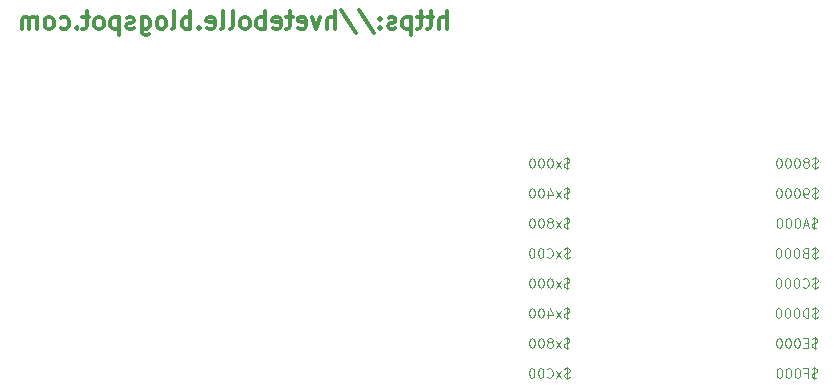
<source format=gbo>
G04 #@! TF.FileFunction,Legend,Bot*
%FSLAX46Y46*%
G04 Gerber Fmt 4.6, Leading zero omitted, Abs format (unit mm)*
G04 Created by KiCad (PCBNEW 4.0.7) date 12/28/18 17:53:24*
%MOMM*%
%LPD*%
G01*
G04 APERTURE LIST*
%ADD10C,0.100000*%
%ADD11C,0.300000*%
G04 APERTURE END LIST*
D10*
X140144286Y-135578810D02*
X140030000Y-135616905D01*
X139839524Y-135616905D01*
X139763334Y-135578810D01*
X139725238Y-135540714D01*
X139687143Y-135464524D01*
X139687143Y-135388333D01*
X139725238Y-135312143D01*
X139763334Y-135274048D01*
X139839524Y-135235952D01*
X139991905Y-135197857D01*
X140068096Y-135159762D01*
X140106191Y-135121667D01*
X140144286Y-135045476D01*
X140144286Y-134969286D01*
X140106191Y-134893095D01*
X140068096Y-134855000D01*
X139991905Y-134816905D01*
X139801429Y-134816905D01*
X139687143Y-134855000D01*
X139915715Y-134702619D02*
X139915715Y-135731190D01*
X139420476Y-135616905D02*
X139001429Y-135083571D01*
X139420476Y-135083571D02*
X139001429Y-135616905D01*
X138239524Y-135540714D02*
X138277619Y-135578810D01*
X138391905Y-135616905D01*
X138468095Y-135616905D01*
X138582381Y-135578810D01*
X138658572Y-135502619D01*
X138696667Y-135426429D01*
X138734762Y-135274048D01*
X138734762Y-135159762D01*
X138696667Y-135007381D01*
X138658572Y-134931190D01*
X138582381Y-134855000D01*
X138468095Y-134816905D01*
X138391905Y-134816905D01*
X138277619Y-134855000D01*
X138239524Y-134893095D01*
X137744286Y-134816905D02*
X137668095Y-134816905D01*
X137591905Y-134855000D01*
X137553810Y-134893095D01*
X137515714Y-134969286D01*
X137477619Y-135121667D01*
X137477619Y-135312143D01*
X137515714Y-135464524D01*
X137553810Y-135540714D01*
X137591905Y-135578810D01*
X137668095Y-135616905D01*
X137744286Y-135616905D01*
X137820476Y-135578810D01*
X137858572Y-135540714D01*
X137896667Y-135464524D01*
X137934762Y-135312143D01*
X137934762Y-135121667D01*
X137896667Y-134969286D01*
X137858572Y-134893095D01*
X137820476Y-134855000D01*
X137744286Y-134816905D01*
X136982381Y-134816905D02*
X136906190Y-134816905D01*
X136830000Y-134855000D01*
X136791905Y-134893095D01*
X136753809Y-134969286D01*
X136715714Y-135121667D01*
X136715714Y-135312143D01*
X136753809Y-135464524D01*
X136791905Y-135540714D01*
X136830000Y-135578810D01*
X136906190Y-135616905D01*
X136982381Y-135616905D01*
X137058571Y-135578810D01*
X137096667Y-135540714D01*
X137134762Y-135464524D01*
X137172857Y-135312143D01*
X137172857Y-135121667D01*
X137134762Y-134969286D01*
X137096667Y-134893095D01*
X137058571Y-134855000D01*
X136982381Y-134816905D01*
X140125238Y-133038810D02*
X140010952Y-133076905D01*
X139820476Y-133076905D01*
X139744286Y-133038810D01*
X139706190Y-133000714D01*
X139668095Y-132924524D01*
X139668095Y-132848333D01*
X139706190Y-132772143D01*
X139744286Y-132734048D01*
X139820476Y-132695952D01*
X139972857Y-132657857D01*
X140049048Y-132619762D01*
X140087143Y-132581667D01*
X140125238Y-132505476D01*
X140125238Y-132429286D01*
X140087143Y-132353095D01*
X140049048Y-132315000D01*
X139972857Y-132276905D01*
X139782381Y-132276905D01*
X139668095Y-132315000D01*
X139896667Y-132162619D02*
X139896667Y-133191190D01*
X139401428Y-133076905D02*
X138982381Y-132543571D01*
X139401428Y-132543571D02*
X138982381Y-133076905D01*
X138563333Y-132619762D02*
X138639524Y-132581667D01*
X138677619Y-132543571D01*
X138715714Y-132467381D01*
X138715714Y-132429286D01*
X138677619Y-132353095D01*
X138639524Y-132315000D01*
X138563333Y-132276905D01*
X138410952Y-132276905D01*
X138334762Y-132315000D01*
X138296666Y-132353095D01*
X138258571Y-132429286D01*
X138258571Y-132467381D01*
X138296666Y-132543571D01*
X138334762Y-132581667D01*
X138410952Y-132619762D01*
X138563333Y-132619762D01*
X138639524Y-132657857D01*
X138677619Y-132695952D01*
X138715714Y-132772143D01*
X138715714Y-132924524D01*
X138677619Y-133000714D01*
X138639524Y-133038810D01*
X138563333Y-133076905D01*
X138410952Y-133076905D01*
X138334762Y-133038810D01*
X138296666Y-133000714D01*
X138258571Y-132924524D01*
X138258571Y-132772143D01*
X138296666Y-132695952D01*
X138334762Y-132657857D01*
X138410952Y-132619762D01*
X137763333Y-132276905D02*
X137687142Y-132276905D01*
X137610952Y-132315000D01*
X137572857Y-132353095D01*
X137534761Y-132429286D01*
X137496666Y-132581667D01*
X137496666Y-132772143D01*
X137534761Y-132924524D01*
X137572857Y-133000714D01*
X137610952Y-133038810D01*
X137687142Y-133076905D01*
X137763333Y-133076905D01*
X137839523Y-133038810D01*
X137877619Y-133000714D01*
X137915714Y-132924524D01*
X137953809Y-132772143D01*
X137953809Y-132581667D01*
X137915714Y-132429286D01*
X137877619Y-132353095D01*
X137839523Y-132315000D01*
X137763333Y-132276905D01*
X137001428Y-132276905D02*
X136925237Y-132276905D01*
X136849047Y-132315000D01*
X136810952Y-132353095D01*
X136772856Y-132429286D01*
X136734761Y-132581667D01*
X136734761Y-132772143D01*
X136772856Y-132924524D01*
X136810952Y-133000714D01*
X136849047Y-133038810D01*
X136925237Y-133076905D01*
X137001428Y-133076905D01*
X137077618Y-133038810D01*
X137115714Y-133000714D01*
X137153809Y-132924524D01*
X137191904Y-132772143D01*
X137191904Y-132581667D01*
X137153809Y-132429286D01*
X137115714Y-132353095D01*
X137077618Y-132315000D01*
X137001428Y-132276905D01*
X140125238Y-130498810D02*
X140010952Y-130536905D01*
X139820476Y-130536905D01*
X139744286Y-130498810D01*
X139706190Y-130460714D01*
X139668095Y-130384524D01*
X139668095Y-130308333D01*
X139706190Y-130232143D01*
X139744286Y-130194048D01*
X139820476Y-130155952D01*
X139972857Y-130117857D01*
X140049048Y-130079762D01*
X140087143Y-130041667D01*
X140125238Y-129965476D01*
X140125238Y-129889286D01*
X140087143Y-129813095D01*
X140049048Y-129775000D01*
X139972857Y-129736905D01*
X139782381Y-129736905D01*
X139668095Y-129775000D01*
X139896667Y-129622619D02*
X139896667Y-130651190D01*
X139401428Y-130536905D02*
X138982381Y-130003571D01*
X139401428Y-130003571D02*
X138982381Y-130536905D01*
X138334762Y-130003571D02*
X138334762Y-130536905D01*
X138525238Y-129698810D02*
X138715714Y-130270238D01*
X138220476Y-130270238D01*
X137763333Y-129736905D02*
X137687142Y-129736905D01*
X137610952Y-129775000D01*
X137572857Y-129813095D01*
X137534761Y-129889286D01*
X137496666Y-130041667D01*
X137496666Y-130232143D01*
X137534761Y-130384524D01*
X137572857Y-130460714D01*
X137610952Y-130498810D01*
X137687142Y-130536905D01*
X137763333Y-130536905D01*
X137839523Y-130498810D01*
X137877619Y-130460714D01*
X137915714Y-130384524D01*
X137953809Y-130232143D01*
X137953809Y-130041667D01*
X137915714Y-129889286D01*
X137877619Y-129813095D01*
X137839523Y-129775000D01*
X137763333Y-129736905D01*
X137001428Y-129736905D02*
X136925237Y-129736905D01*
X136849047Y-129775000D01*
X136810952Y-129813095D01*
X136772856Y-129889286D01*
X136734761Y-130041667D01*
X136734761Y-130232143D01*
X136772856Y-130384524D01*
X136810952Y-130460714D01*
X136849047Y-130498810D01*
X136925237Y-130536905D01*
X137001428Y-130536905D01*
X137077618Y-130498810D01*
X137115714Y-130460714D01*
X137153809Y-130384524D01*
X137191904Y-130232143D01*
X137191904Y-130041667D01*
X137153809Y-129889286D01*
X137115714Y-129813095D01*
X137077618Y-129775000D01*
X137001428Y-129736905D01*
X140144286Y-125418810D02*
X140030000Y-125456905D01*
X139839524Y-125456905D01*
X139763334Y-125418810D01*
X139725238Y-125380714D01*
X139687143Y-125304524D01*
X139687143Y-125228333D01*
X139725238Y-125152143D01*
X139763334Y-125114048D01*
X139839524Y-125075952D01*
X139991905Y-125037857D01*
X140068096Y-124999762D01*
X140106191Y-124961667D01*
X140144286Y-124885476D01*
X140144286Y-124809286D01*
X140106191Y-124733095D01*
X140068096Y-124695000D01*
X139991905Y-124656905D01*
X139801429Y-124656905D01*
X139687143Y-124695000D01*
X139915715Y-124542619D02*
X139915715Y-125571190D01*
X139420476Y-125456905D02*
X139001429Y-124923571D01*
X139420476Y-124923571D02*
X139001429Y-125456905D01*
X138239524Y-125380714D02*
X138277619Y-125418810D01*
X138391905Y-125456905D01*
X138468095Y-125456905D01*
X138582381Y-125418810D01*
X138658572Y-125342619D01*
X138696667Y-125266429D01*
X138734762Y-125114048D01*
X138734762Y-124999762D01*
X138696667Y-124847381D01*
X138658572Y-124771190D01*
X138582381Y-124695000D01*
X138468095Y-124656905D01*
X138391905Y-124656905D01*
X138277619Y-124695000D01*
X138239524Y-124733095D01*
X137744286Y-124656905D02*
X137668095Y-124656905D01*
X137591905Y-124695000D01*
X137553810Y-124733095D01*
X137515714Y-124809286D01*
X137477619Y-124961667D01*
X137477619Y-125152143D01*
X137515714Y-125304524D01*
X137553810Y-125380714D01*
X137591905Y-125418810D01*
X137668095Y-125456905D01*
X137744286Y-125456905D01*
X137820476Y-125418810D01*
X137858572Y-125380714D01*
X137896667Y-125304524D01*
X137934762Y-125152143D01*
X137934762Y-124961667D01*
X137896667Y-124809286D01*
X137858572Y-124733095D01*
X137820476Y-124695000D01*
X137744286Y-124656905D01*
X136982381Y-124656905D02*
X136906190Y-124656905D01*
X136830000Y-124695000D01*
X136791905Y-124733095D01*
X136753809Y-124809286D01*
X136715714Y-124961667D01*
X136715714Y-125152143D01*
X136753809Y-125304524D01*
X136791905Y-125380714D01*
X136830000Y-125418810D01*
X136906190Y-125456905D01*
X136982381Y-125456905D01*
X137058571Y-125418810D01*
X137096667Y-125380714D01*
X137134762Y-125304524D01*
X137172857Y-125152143D01*
X137172857Y-124961667D01*
X137134762Y-124809286D01*
X137096667Y-124733095D01*
X137058571Y-124695000D01*
X136982381Y-124656905D01*
X140125238Y-122878810D02*
X140010952Y-122916905D01*
X139820476Y-122916905D01*
X139744286Y-122878810D01*
X139706190Y-122840714D01*
X139668095Y-122764524D01*
X139668095Y-122688333D01*
X139706190Y-122612143D01*
X139744286Y-122574048D01*
X139820476Y-122535952D01*
X139972857Y-122497857D01*
X140049048Y-122459762D01*
X140087143Y-122421667D01*
X140125238Y-122345476D01*
X140125238Y-122269286D01*
X140087143Y-122193095D01*
X140049048Y-122155000D01*
X139972857Y-122116905D01*
X139782381Y-122116905D01*
X139668095Y-122155000D01*
X139896667Y-122002619D02*
X139896667Y-123031190D01*
X139401428Y-122916905D02*
X138982381Y-122383571D01*
X139401428Y-122383571D02*
X138982381Y-122916905D01*
X138563333Y-122459762D02*
X138639524Y-122421667D01*
X138677619Y-122383571D01*
X138715714Y-122307381D01*
X138715714Y-122269286D01*
X138677619Y-122193095D01*
X138639524Y-122155000D01*
X138563333Y-122116905D01*
X138410952Y-122116905D01*
X138334762Y-122155000D01*
X138296666Y-122193095D01*
X138258571Y-122269286D01*
X138258571Y-122307381D01*
X138296666Y-122383571D01*
X138334762Y-122421667D01*
X138410952Y-122459762D01*
X138563333Y-122459762D01*
X138639524Y-122497857D01*
X138677619Y-122535952D01*
X138715714Y-122612143D01*
X138715714Y-122764524D01*
X138677619Y-122840714D01*
X138639524Y-122878810D01*
X138563333Y-122916905D01*
X138410952Y-122916905D01*
X138334762Y-122878810D01*
X138296666Y-122840714D01*
X138258571Y-122764524D01*
X138258571Y-122612143D01*
X138296666Y-122535952D01*
X138334762Y-122497857D01*
X138410952Y-122459762D01*
X137763333Y-122116905D02*
X137687142Y-122116905D01*
X137610952Y-122155000D01*
X137572857Y-122193095D01*
X137534761Y-122269286D01*
X137496666Y-122421667D01*
X137496666Y-122612143D01*
X137534761Y-122764524D01*
X137572857Y-122840714D01*
X137610952Y-122878810D01*
X137687142Y-122916905D01*
X137763333Y-122916905D01*
X137839523Y-122878810D01*
X137877619Y-122840714D01*
X137915714Y-122764524D01*
X137953809Y-122612143D01*
X137953809Y-122421667D01*
X137915714Y-122269286D01*
X137877619Y-122193095D01*
X137839523Y-122155000D01*
X137763333Y-122116905D01*
X137001428Y-122116905D02*
X136925237Y-122116905D01*
X136849047Y-122155000D01*
X136810952Y-122193095D01*
X136772856Y-122269286D01*
X136734761Y-122421667D01*
X136734761Y-122612143D01*
X136772856Y-122764524D01*
X136810952Y-122840714D01*
X136849047Y-122878810D01*
X136925237Y-122916905D01*
X137001428Y-122916905D01*
X137077618Y-122878810D01*
X137115714Y-122840714D01*
X137153809Y-122764524D01*
X137191904Y-122612143D01*
X137191904Y-122421667D01*
X137153809Y-122269286D01*
X137115714Y-122193095D01*
X137077618Y-122155000D01*
X137001428Y-122116905D01*
X140125238Y-120338810D02*
X140010952Y-120376905D01*
X139820476Y-120376905D01*
X139744286Y-120338810D01*
X139706190Y-120300714D01*
X139668095Y-120224524D01*
X139668095Y-120148333D01*
X139706190Y-120072143D01*
X139744286Y-120034048D01*
X139820476Y-119995952D01*
X139972857Y-119957857D01*
X140049048Y-119919762D01*
X140087143Y-119881667D01*
X140125238Y-119805476D01*
X140125238Y-119729286D01*
X140087143Y-119653095D01*
X140049048Y-119615000D01*
X139972857Y-119576905D01*
X139782381Y-119576905D01*
X139668095Y-119615000D01*
X139896667Y-119462619D02*
X139896667Y-120491190D01*
X139401428Y-120376905D02*
X138982381Y-119843571D01*
X139401428Y-119843571D02*
X138982381Y-120376905D01*
X138334762Y-119843571D02*
X138334762Y-120376905D01*
X138525238Y-119538810D02*
X138715714Y-120110238D01*
X138220476Y-120110238D01*
X137763333Y-119576905D02*
X137687142Y-119576905D01*
X137610952Y-119615000D01*
X137572857Y-119653095D01*
X137534761Y-119729286D01*
X137496666Y-119881667D01*
X137496666Y-120072143D01*
X137534761Y-120224524D01*
X137572857Y-120300714D01*
X137610952Y-120338810D01*
X137687142Y-120376905D01*
X137763333Y-120376905D01*
X137839523Y-120338810D01*
X137877619Y-120300714D01*
X137915714Y-120224524D01*
X137953809Y-120072143D01*
X137953809Y-119881667D01*
X137915714Y-119729286D01*
X137877619Y-119653095D01*
X137839523Y-119615000D01*
X137763333Y-119576905D01*
X137001428Y-119576905D02*
X136925237Y-119576905D01*
X136849047Y-119615000D01*
X136810952Y-119653095D01*
X136772856Y-119729286D01*
X136734761Y-119881667D01*
X136734761Y-120072143D01*
X136772856Y-120224524D01*
X136810952Y-120300714D01*
X136849047Y-120338810D01*
X136925237Y-120376905D01*
X137001428Y-120376905D01*
X137077618Y-120338810D01*
X137115714Y-120300714D01*
X137153809Y-120224524D01*
X137191904Y-120072143D01*
X137191904Y-119881667D01*
X137153809Y-119729286D01*
X137115714Y-119653095D01*
X137077618Y-119615000D01*
X137001428Y-119576905D01*
X140125238Y-127958810D02*
X140010952Y-127996905D01*
X139820476Y-127996905D01*
X139744286Y-127958810D01*
X139706190Y-127920714D01*
X139668095Y-127844524D01*
X139668095Y-127768333D01*
X139706190Y-127692143D01*
X139744286Y-127654048D01*
X139820476Y-127615952D01*
X139972857Y-127577857D01*
X140049048Y-127539762D01*
X140087143Y-127501667D01*
X140125238Y-127425476D01*
X140125238Y-127349286D01*
X140087143Y-127273095D01*
X140049048Y-127235000D01*
X139972857Y-127196905D01*
X139782381Y-127196905D01*
X139668095Y-127235000D01*
X139896667Y-127082619D02*
X139896667Y-128111190D01*
X139401428Y-127996905D02*
X138982381Y-127463571D01*
X139401428Y-127463571D02*
X138982381Y-127996905D01*
X138525238Y-127196905D02*
X138449047Y-127196905D01*
X138372857Y-127235000D01*
X138334762Y-127273095D01*
X138296666Y-127349286D01*
X138258571Y-127501667D01*
X138258571Y-127692143D01*
X138296666Y-127844524D01*
X138334762Y-127920714D01*
X138372857Y-127958810D01*
X138449047Y-127996905D01*
X138525238Y-127996905D01*
X138601428Y-127958810D01*
X138639524Y-127920714D01*
X138677619Y-127844524D01*
X138715714Y-127692143D01*
X138715714Y-127501667D01*
X138677619Y-127349286D01*
X138639524Y-127273095D01*
X138601428Y-127235000D01*
X138525238Y-127196905D01*
X137763333Y-127196905D02*
X137687142Y-127196905D01*
X137610952Y-127235000D01*
X137572857Y-127273095D01*
X137534761Y-127349286D01*
X137496666Y-127501667D01*
X137496666Y-127692143D01*
X137534761Y-127844524D01*
X137572857Y-127920714D01*
X137610952Y-127958810D01*
X137687142Y-127996905D01*
X137763333Y-127996905D01*
X137839523Y-127958810D01*
X137877619Y-127920714D01*
X137915714Y-127844524D01*
X137953809Y-127692143D01*
X137953809Y-127501667D01*
X137915714Y-127349286D01*
X137877619Y-127273095D01*
X137839523Y-127235000D01*
X137763333Y-127196905D01*
X137001428Y-127196905D02*
X136925237Y-127196905D01*
X136849047Y-127235000D01*
X136810952Y-127273095D01*
X136772856Y-127349286D01*
X136734761Y-127501667D01*
X136734761Y-127692143D01*
X136772856Y-127844524D01*
X136810952Y-127920714D01*
X136849047Y-127958810D01*
X136925237Y-127996905D01*
X137001428Y-127996905D01*
X137077618Y-127958810D01*
X137115714Y-127920714D01*
X137153809Y-127844524D01*
X137191904Y-127692143D01*
X137191904Y-127501667D01*
X137153809Y-127349286D01*
X137115714Y-127273095D01*
X137077618Y-127235000D01*
X137001428Y-127196905D01*
X140125238Y-117798810D02*
X140010952Y-117836905D01*
X139820476Y-117836905D01*
X139744286Y-117798810D01*
X139706190Y-117760714D01*
X139668095Y-117684524D01*
X139668095Y-117608333D01*
X139706190Y-117532143D01*
X139744286Y-117494048D01*
X139820476Y-117455952D01*
X139972857Y-117417857D01*
X140049048Y-117379762D01*
X140087143Y-117341667D01*
X140125238Y-117265476D01*
X140125238Y-117189286D01*
X140087143Y-117113095D01*
X140049048Y-117075000D01*
X139972857Y-117036905D01*
X139782381Y-117036905D01*
X139668095Y-117075000D01*
X139896667Y-116922619D02*
X139896667Y-117951190D01*
X139401428Y-117836905D02*
X138982381Y-117303571D01*
X139401428Y-117303571D02*
X138982381Y-117836905D01*
X138525238Y-117036905D02*
X138449047Y-117036905D01*
X138372857Y-117075000D01*
X138334762Y-117113095D01*
X138296666Y-117189286D01*
X138258571Y-117341667D01*
X138258571Y-117532143D01*
X138296666Y-117684524D01*
X138334762Y-117760714D01*
X138372857Y-117798810D01*
X138449047Y-117836905D01*
X138525238Y-117836905D01*
X138601428Y-117798810D01*
X138639524Y-117760714D01*
X138677619Y-117684524D01*
X138715714Y-117532143D01*
X138715714Y-117341667D01*
X138677619Y-117189286D01*
X138639524Y-117113095D01*
X138601428Y-117075000D01*
X138525238Y-117036905D01*
X137763333Y-117036905D02*
X137687142Y-117036905D01*
X137610952Y-117075000D01*
X137572857Y-117113095D01*
X137534761Y-117189286D01*
X137496666Y-117341667D01*
X137496666Y-117532143D01*
X137534761Y-117684524D01*
X137572857Y-117760714D01*
X137610952Y-117798810D01*
X137687142Y-117836905D01*
X137763333Y-117836905D01*
X137839523Y-117798810D01*
X137877619Y-117760714D01*
X137915714Y-117684524D01*
X137953809Y-117532143D01*
X137953809Y-117341667D01*
X137915714Y-117189286D01*
X137877619Y-117113095D01*
X137839523Y-117075000D01*
X137763333Y-117036905D01*
X137001428Y-117036905D02*
X136925237Y-117036905D01*
X136849047Y-117075000D01*
X136810952Y-117113095D01*
X136772856Y-117189286D01*
X136734761Y-117341667D01*
X136734761Y-117532143D01*
X136772856Y-117684524D01*
X136810952Y-117760714D01*
X136849047Y-117798810D01*
X136925237Y-117836905D01*
X137001428Y-117836905D01*
X137077618Y-117798810D01*
X137115714Y-117760714D01*
X137153809Y-117684524D01*
X137191904Y-117532143D01*
X137191904Y-117341667D01*
X137153809Y-117189286D01*
X137115714Y-117113095D01*
X137077618Y-117075000D01*
X137001428Y-117036905D01*
X161099286Y-135578810D02*
X160985000Y-135616905D01*
X160794524Y-135616905D01*
X160718334Y-135578810D01*
X160680238Y-135540714D01*
X160642143Y-135464524D01*
X160642143Y-135388333D01*
X160680238Y-135312143D01*
X160718334Y-135274048D01*
X160794524Y-135235952D01*
X160946905Y-135197857D01*
X161023096Y-135159762D01*
X161061191Y-135121667D01*
X161099286Y-135045476D01*
X161099286Y-134969286D01*
X161061191Y-134893095D01*
X161023096Y-134855000D01*
X160946905Y-134816905D01*
X160756429Y-134816905D01*
X160642143Y-134855000D01*
X160870715Y-134702619D02*
X160870715Y-135731190D01*
X160032619Y-135197857D02*
X160299286Y-135197857D01*
X160299286Y-135616905D02*
X160299286Y-134816905D01*
X159918333Y-134816905D01*
X159461191Y-134816905D02*
X159385000Y-134816905D01*
X159308810Y-134855000D01*
X159270715Y-134893095D01*
X159232619Y-134969286D01*
X159194524Y-135121667D01*
X159194524Y-135312143D01*
X159232619Y-135464524D01*
X159270715Y-135540714D01*
X159308810Y-135578810D01*
X159385000Y-135616905D01*
X159461191Y-135616905D01*
X159537381Y-135578810D01*
X159575477Y-135540714D01*
X159613572Y-135464524D01*
X159651667Y-135312143D01*
X159651667Y-135121667D01*
X159613572Y-134969286D01*
X159575477Y-134893095D01*
X159537381Y-134855000D01*
X159461191Y-134816905D01*
X158699286Y-134816905D02*
X158623095Y-134816905D01*
X158546905Y-134855000D01*
X158508810Y-134893095D01*
X158470714Y-134969286D01*
X158432619Y-135121667D01*
X158432619Y-135312143D01*
X158470714Y-135464524D01*
X158508810Y-135540714D01*
X158546905Y-135578810D01*
X158623095Y-135616905D01*
X158699286Y-135616905D01*
X158775476Y-135578810D01*
X158813572Y-135540714D01*
X158851667Y-135464524D01*
X158889762Y-135312143D01*
X158889762Y-135121667D01*
X158851667Y-134969286D01*
X158813572Y-134893095D01*
X158775476Y-134855000D01*
X158699286Y-134816905D01*
X157937381Y-134816905D02*
X157861190Y-134816905D01*
X157785000Y-134855000D01*
X157746905Y-134893095D01*
X157708809Y-134969286D01*
X157670714Y-135121667D01*
X157670714Y-135312143D01*
X157708809Y-135464524D01*
X157746905Y-135540714D01*
X157785000Y-135578810D01*
X157861190Y-135616905D01*
X157937381Y-135616905D01*
X158013571Y-135578810D01*
X158051667Y-135540714D01*
X158089762Y-135464524D01*
X158127857Y-135312143D01*
X158127857Y-135121667D01*
X158089762Y-134969286D01*
X158051667Y-134893095D01*
X158013571Y-134855000D01*
X157937381Y-134816905D01*
X161118334Y-133038810D02*
X161004048Y-133076905D01*
X160813572Y-133076905D01*
X160737382Y-133038810D01*
X160699286Y-133000714D01*
X160661191Y-132924524D01*
X160661191Y-132848333D01*
X160699286Y-132772143D01*
X160737382Y-132734048D01*
X160813572Y-132695952D01*
X160965953Y-132657857D01*
X161042144Y-132619762D01*
X161080239Y-132581667D01*
X161118334Y-132505476D01*
X161118334Y-132429286D01*
X161080239Y-132353095D01*
X161042144Y-132315000D01*
X160965953Y-132276905D01*
X160775477Y-132276905D01*
X160661191Y-132315000D01*
X160889763Y-132162619D02*
X160889763Y-133191190D01*
X160318334Y-132657857D02*
X160051667Y-132657857D01*
X159937381Y-133076905D02*
X160318334Y-133076905D01*
X160318334Y-132276905D01*
X159937381Y-132276905D01*
X159442143Y-132276905D02*
X159365952Y-132276905D01*
X159289762Y-132315000D01*
X159251667Y-132353095D01*
X159213571Y-132429286D01*
X159175476Y-132581667D01*
X159175476Y-132772143D01*
X159213571Y-132924524D01*
X159251667Y-133000714D01*
X159289762Y-133038810D01*
X159365952Y-133076905D01*
X159442143Y-133076905D01*
X159518333Y-133038810D01*
X159556429Y-133000714D01*
X159594524Y-132924524D01*
X159632619Y-132772143D01*
X159632619Y-132581667D01*
X159594524Y-132429286D01*
X159556429Y-132353095D01*
X159518333Y-132315000D01*
X159442143Y-132276905D01*
X158680238Y-132276905D02*
X158604047Y-132276905D01*
X158527857Y-132315000D01*
X158489762Y-132353095D01*
X158451666Y-132429286D01*
X158413571Y-132581667D01*
X158413571Y-132772143D01*
X158451666Y-132924524D01*
X158489762Y-133000714D01*
X158527857Y-133038810D01*
X158604047Y-133076905D01*
X158680238Y-133076905D01*
X158756428Y-133038810D01*
X158794524Y-133000714D01*
X158832619Y-132924524D01*
X158870714Y-132772143D01*
X158870714Y-132581667D01*
X158832619Y-132429286D01*
X158794524Y-132353095D01*
X158756428Y-132315000D01*
X158680238Y-132276905D01*
X157918333Y-132276905D02*
X157842142Y-132276905D01*
X157765952Y-132315000D01*
X157727857Y-132353095D01*
X157689761Y-132429286D01*
X157651666Y-132581667D01*
X157651666Y-132772143D01*
X157689761Y-132924524D01*
X157727857Y-133000714D01*
X157765952Y-133038810D01*
X157842142Y-133076905D01*
X157918333Y-133076905D01*
X157994523Y-133038810D01*
X158032619Y-133000714D01*
X158070714Y-132924524D01*
X158108809Y-132772143D01*
X158108809Y-132581667D01*
X158070714Y-132429286D01*
X158032619Y-132353095D01*
X157994523Y-132315000D01*
X157918333Y-132276905D01*
X161156429Y-130498810D02*
X161042143Y-130536905D01*
X160851667Y-130536905D01*
X160775477Y-130498810D01*
X160737381Y-130460714D01*
X160699286Y-130384524D01*
X160699286Y-130308333D01*
X160737381Y-130232143D01*
X160775477Y-130194048D01*
X160851667Y-130155952D01*
X161004048Y-130117857D01*
X161080239Y-130079762D01*
X161118334Y-130041667D01*
X161156429Y-129965476D01*
X161156429Y-129889286D01*
X161118334Y-129813095D01*
X161080239Y-129775000D01*
X161004048Y-129736905D01*
X160813572Y-129736905D01*
X160699286Y-129775000D01*
X160927858Y-129622619D02*
X160927858Y-130651190D01*
X160356429Y-130536905D02*
X160356429Y-129736905D01*
X160165953Y-129736905D01*
X160051667Y-129775000D01*
X159975476Y-129851190D01*
X159937381Y-129927381D01*
X159899286Y-130079762D01*
X159899286Y-130194048D01*
X159937381Y-130346429D01*
X159975476Y-130422619D01*
X160051667Y-130498810D01*
X160165953Y-130536905D01*
X160356429Y-130536905D01*
X159404048Y-129736905D02*
X159327857Y-129736905D01*
X159251667Y-129775000D01*
X159213572Y-129813095D01*
X159175476Y-129889286D01*
X159137381Y-130041667D01*
X159137381Y-130232143D01*
X159175476Y-130384524D01*
X159213572Y-130460714D01*
X159251667Y-130498810D01*
X159327857Y-130536905D01*
X159404048Y-130536905D01*
X159480238Y-130498810D01*
X159518334Y-130460714D01*
X159556429Y-130384524D01*
X159594524Y-130232143D01*
X159594524Y-130041667D01*
X159556429Y-129889286D01*
X159518334Y-129813095D01*
X159480238Y-129775000D01*
X159404048Y-129736905D01*
X158642143Y-129736905D02*
X158565952Y-129736905D01*
X158489762Y-129775000D01*
X158451667Y-129813095D01*
X158413571Y-129889286D01*
X158375476Y-130041667D01*
X158375476Y-130232143D01*
X158413571Y-130384524D01*
X158451667Y-130460714D01*
X158489762Y-130498810D01*
X158565952Y-130536905D01*
X158642143Y-130536905D01*
X158718333Y-130498810D01*
X158756429Y-130460714D01*
X158794524Y-130384524D01*
X158832619Y-130232143D01*
X158832619Y-130041667D01*
X158794524Y-129889286D01*
X158756429Y-129813095D01*
X158718333Y-129775000D01*
X158642143Y-129736905D01*
X157880238Y-129736905D02*
X157804047Y-129736905D01*
X157727857Y-129775000D01*
X157689762Y-129813095D01*
X157651666Y-129889286D01*
X157613571Y-130041667D01*
X157613571Y-130232143D01*
X157651666Y-130384524D01*
X157689762Y-130460714D01*
X157727857Y-130498810D01*
X157804047Y-130536905D01*
X157880238Y-130536905D01*
X157956428Y-130498810D01*
X157994524Y-130460714D01*
X158032619Y-130384524D01*
X158070714Y-130232143D01*
X158070714Y-130041667D01*
X158032619Y-129889286D01*
X157994524Y-129813095D01*
X157956428Y-129775000D01*
X157880238Y-129736905D01*
X161156429Y-127958810D02*
X161042143Y-127996905D01*
X160851667Y-127996905D01*
X160775477Y-127958810D01*
X160737381Y-127920714D01*
X160699286Y-127844524D01*
X160699286Y-127768333D01*
X160737381Y-127692143D01*
X160775477Y-127654048D01*
X160851667Y-127615952D01*
X161004048Y-127577857D01*
X161080239Y-127539762D01*
X161118334Y-127501667D01*
X161156429Y-127425476D01*
X161156429Y-127349286D01*
X161118334Y-127273095D01*
X161080239Y-127235000D01*
X161004048Y-127196905D01*
X160813572Y-127196905D01*
X160699286Y-127235000D01*
X160927858Y-127082619D02*
X160927858Y-128111190D01*
X159899286Y-127920714D02*
X159937381Y-127958810D01*
X160051667Y-127996905D01*
X160127857Y-127996905D01*
X160242143Y-127958810D01*
X160318334Y-127882619D01*
X160356429Y-127806429D01*
X160394524Y-127654048D01*
X160394524Y-127539762D01*
X160356429Y-127387381D01*
X160318334Y-127311190D01*
X160242143Y-127235000D01*
X160127857Y-127196905D01*
X160051667Y-127196905D01*
X159937381Y-127235000D01*
X159899286Y-127273095D01*
X159404048Y-127196905D02*
X159327857Y-127196905D01*
X159251667Y-127235000D01*
X159213572Y-127273095D01*
X159175476Y-127349286D01*
X159137381Y-127501667D01*
X159137381Y-127692143D01*
X159175476Y-127844524D01*
X159213572Y-127920714D01*
X159251667Y-127958810D01*
X159327857Y-127996905D01*
X159404048Y-127996905D01*
X159480238Y-127958810D01*
X159518334Y-127920714D01*
X159556429Y-127844524D01*
X159594524Y-127692143D01*
X159594524Y-127501667D01*
X159556429Y-127349286D01*
X159518334Y-127273095D01*
X159480238Y-127235000D01*
X159404048Y-127196905D01*
X158642143Y-127196905D02*
X158565952Y-127196905D01*
X158489762Y-127235000D01*
X158451667Y-127273095D01*
X158413571Y-127349286D01*
X158375476Y-127501667D01*
X158375476Y-127692143D01*
X158413571Y-127844524D01*
X158451667Y-127920714D01*
X158489762Y-127958810D01*
X158565952Y-127996905D01*
X158642143Y-127996905D01*
X158718333Y-127958810D01*
X158756429Y-127920714D01*
X158794524Y-127844524D01*
X158832619Y-127692143D01*
X158832619Y-127501667D01*
X158794524Y-127349286D01*
X158756429Y-127273095D01*
X158718333Y-127235000D01*
X158642143Y-127196905D01*
X157880238Y-127196905D02*
X157804047Y-127196905D01*
X157727857Y-127235000D01*
X157689762Y-127273095D01*
X157651666Y-127349286D01*
X157613571Y-127501667D01*
X157613571Y-127692143D01*
X157651666Y-127844524D01*
X157689762Y-127920714D01*
X157727857Y-127958810D01*
X157804047Y-127996905D01*
X157880238Y-127996905D01*
X157956428Y-127958810D01*
X157994524Y-127920714D01*
X158032619Y-127844524D01*
X158070714Y-127692143D01*
X158070714Y-127501667D01*
X158032619Y-127349286D01*
X157994524Y-127273095D01*
X157956428Y-127235000D01*
X157880238Y-127196905D01*
X161156429Y-125418810D02*
X161042143Y-125456905D01*
X160851667Y-125456905D01*
X160775477Y-125418810D01*
X160737381Y-125380714D01*
X160699286Y-125304524D01*
X160699286Y-125228333D01*
X160737381Y-125152143D01*
X160775477Y-125114048D01*
X160851667Y-125075952D01*
X161004048Y-125037857D01*
X161080239Y-124999762D01*
X161118334Y-124961667D01*
X161156429Y-124885476D01*
X161156429Y-124809286D01*
X161118334Y-124733095D01*
X161080239Y-124695000D01*
X161004048Y-124656905D01*
X160813572Y-124656905D01*
X160699286Y-124695000D01*
X160927858Y-124542619D02*
X160927858Y-125571190D01*
X160089762Y-125037857D02*
X159975476Y-125075952D01*
X159937381Y-125114048D01*
X159899286Y-125190238D01*
X159899286Y-125304524D01*
X159937381Y-125380714D01*
X159975476Y-125418810D01*
X160051667Y-125456905D01*
X160356429Y-125456905D01*
X160356429Y-124656905D01*
X160089762Y-124656905D01*
X160013572Y-124695000D01*
X159975476Y-124733095D01*
X159937381Y-124809286D01*
X159937381Y-124885476D01*
X159975476Y-124961667D01*
X160013572Y-124999762D01*
X160089762Y-125037857D01*
X160356429Y-125037857D01*
X159404048Y-124656905D02*
X159327857Y-124656905D01*
X159251667Y-124695000D01*
X159213572Y-124733095D01*
X159175476Y-124809286D01*
X159137381Y-124961667D01*
X159137381Y-125152143D01*
X159175476Y-125304524D01*
X159213572Y-125380714D01*
X159251667Y-125418810D01*
X159327857Y-125456905D01*
X159404048Y-125456905D01*
X159480238Y-125418810D01*
X159518334Y-125380714D01*
X159556429Y-125304524D01*
X159594524Y-125152143D01*
X159594524Y-124961667D01*
X159556429Y-124809286D01*
X159518334Y-124733095D01*
X159480238Y-124695000D01*
X159404048Y-124656905D01*
X158642143Y-124656905D02*
X158565952Y-124656905D01*
X158489762Y-124695000D01*
X158451667Y-124733095D01*
X158413571Y-124809286D01*
X158375476Y-124961667D01*
X158375476Y-125152143D01*
X158413571Y-125304524D01*
X158451667Y-125380714D01*
X158489762Y-125418810D01*
X158565952Y-125456905D01*
X158642143Y-125456905D01*
X158718333Y-125418810D01*
X158756429Y-125380714D01*
X158794524Y-125304524D01*
X158832619Y-125152143D01*
X158832619Y-124961667D01*
X158794524Y-124809286D01*
X158756429Y-124733095D01*
X158718333Y-124695000D01*
X158642143Y-124656905D01*
X157880238Y-124656905D02*
X157804047Y-124656905D01*
X157727857Y-124695000D01*
X157689762Y-124733095D01*
X157651666Y-124809286D01*
X157613571Y-124961667D01*
X157613571Y-125152143D01*
X157651666Y-125304524D01*
X157689762Y-125380714D01*
X157727857Y-125418810D01*
X157804047Y-125456905D01*
X157880238Y-125456905D01*
X157956428Y-125418810D01*
X157994524Y-125380714D01*
X158032619Y-125304524D01*
X158070714Y-125152143D01*
X158070714Y-124961667D01*
X158032619Y-124809286D01*
X157994524Y-124733095D01*
X157956428Y-124695000D01*
X157880238Y-124656905D01*
X161099286Y-122878810D02*
X160985000Y-122916905D01*
X160794524Y-122916905D01*
X160718334Y-122878810D01*
X160680238Y-122840714D01*
X160642143Y-122764524D01*
X160642143Y-122688333D01*
X160680238Y-122612143D01*
X160718334Y-122574048D01*
X160794524Y-122535952D01*
X160946905Y-122497857D01*
X161023096Y-122459762D01*
X161061191Y-122421667D01*
X161099286Y-122345476D01*
X161099286Y-122269286D01*
X161061191Y-122193095D01*
X161023096Y-122155000D01*
X160946905Y-122116905D01*
X160756429Y-122116905D01*
X160642143Y-122155000D01*
X160870715Y-122002619D02*
X160870715Y-123031190D01*
X160337381Y-122688333D02*
X159956429Y-122688333D01*
X160413572Y-122916905D02*
X160146905Y-122116905D01*
X159880238Y-122916905D01*
X159461191Y-122116905D02*
X159385000Y-122116905D01*
X159308810Y-122155000D01*
X159270715Y-122193095D01*
X159232619Y-122269286D01*
X159194524Y-122421667D01*
X159194524Y-122612143D01*
X159232619Y-122764524D01*
X159270715Y-122840714D01*
X159308810Y-122878810D01*
X159385000Y-122916905D01*
X159461191Y-122916905D01*
X159537381Y-122878810D01*
X159575477Y-122840714D01*
X159613572Y-122764524D01*
X159651667Y-122612143D01*
X159651667Y-122421667D01*
X159613572Y-122269286D01*
X159575477Y-122193095D01*
X159537381Y-122155000D01*
X159461191Y-122116905D01*
X158699286Y-122116905D02*
X158623095Y-122116905D01*
X158546905Y-122155000D01*
X158508810Y-122193095D01*
X158470714Y-122269286D01*
X158432619Y-122421667D01*
X158432619Y-122612143D01*
X158470714Y-122764524D01*
X158508810Y-122840714D01*
X158546905Y-122878810D01*
X158623095Y-122916905D01*
X158699286Y-122916905D01*
X158775476Y-122878810D01*
X158813572Y-122840714D01*
X158851667Y-122764524D01*
X158889762Y-122612143D01*
X158889762Y-122421667D01*
X158851667Y-122269286D01*
X158813572Y-122193095D01*
X158775476Y-122155000D01*
X158699286Y-122116905D01*
X157937381Y-122116905D02*
X157861190Y-122116905D01*
X157785000Y-122155000D01*
X157746905Y-122193095D01*
X157708809Y-122269286D01*
X157670714Y-122421667D01*
X157670714Y-122612143D01*
X157708809Y-122764524D01*
X157746905Y-122840714D01*
X157785000Y-122878810D01*
X157861190Y-122916905D01*
X157937381Y-122916905D01*
X158013571Y-122878810D01*
X158051667Y-122840714D01*
X158089762Y-122764524D01*
X158127857Y-122612143D01*
X158127857Y-122421667D01*
X158089762Y-122269286D01*
X158051667Y-122193095D01*
X158013571Y-122155000D01*
X157937381Y-122116905D01*
X161137381Y-120338810D02*
X161023095Y-120376905D01*
X160832619Y-120376905D01*
X160756429Y-120338810D01*
X160718333Y-120300714D01*
X160680238Y-120224524D01*
X160680238Y-120148333D01*
X160718333Y-120072143D01*
X160756429Y-120034048D01*
X160832619Y-119995952D01*
X160985000Y-119957857D01*
X161061191Y-119919762D01*
X161099286Y-119881667D01*
X161137381Y-119805476D01*
X161137381Y-119729286D01*
X161099286Y-119653095D01*
X161061191Y-119615000D01*
X160985000Y-119576905D01*
X160794524Y-119576905D01*
X160680238Y-119615000D01*
X160908810Y-119462619D02*
X160908810Y-120491190D01*
X160299286Y-120376905D02*
X160146905Y-120376905D01*
X160070714Y-120338810D01*
X160032619Y-120300714D01*
X159956428Y-120186429D01*
X159918333Y-120034048D01*
X159918333Y-119729286D01*
X159956428Y-119653095D01*
X159994524Y-119615000D01*
X160070714Y-119576905D01*
X160223095Y-119576905D01*
X160299286Y-119615000D01*
X160337381Y-119653095D01*
X160375476Y-119729286D01*
X160375476Y-119919762D01*
X160337381Y-119995952D01*
X160299286Y-120034048D01*
X160223095Y-120072143D01*
X160070714Y-120072143D01*
X159994524Y-120034048D01*
X159956428Y-119995952D01*
X159918333Y-119919762D01*
X159423095Y-119576905D02*
X159346904Y-119576905D01*
X159270714Y-119615000D01*
X159232619Y-119653095D01*
X159194523Y-119729286D01*
X159156428Y-119881667D01*
X159156428Y-120072143D01*
X159194523Y-120224524D01*
X159232619Y-120300714D01*
X159270714Y-120338810D01*
X159346904Y-120376905D01*
X159423095Y-120376905D01*
X159499285Y-120338810D01*
X159537381Y-120300714D01*
X159575476Y-120224524D01*
X159613571Y-120072143D01*
X159613571Y-119881667D01*
X159575476Y-119729286D01*
X159537381Y-119653095D01*
X159499285Y-119615000D01*
X159423095Y-119576905D01*
X158661190Y-119576905D02*
X158584999Y-119576905D01*
X158508809Y-119615000D01*
X158470714Y-119653095D01*
X158432618Y-119729286D01*
X158394523Y-119881667D01*
X158394523Y-120072143D01*
X158432618Y-120224524D01*
X158470714Y-120300714D01*
X158508809Y-120338810D01*
X158584999Y-120376905D01*
X158661190Y-120376905D01*
X158737380Y-120338810D01*
X158775476Y-120300714D01*
X158813571Y-120224524D01*
X158851666Y-120072143D01*
X158851666Y-119881667D01*
X158813571Y-119729286D01*
X158775476Y-119653095D01*
X158737380Y-119615000D01*
X158661190Y-119576905D01*
X157899285Y-119576905D02*
X157823094Y-119576905D01*
X157746904Y-119615000D01*
X157708809Y-119653095D01*
X157670713Y-119729286D01*
X157632618Y-119881667D01*
X157632618Y-120072143D01*
X157670713Y-120224524D01*
X157708809Y-120300714D01*
X157746904Y-120338810D01*
X157823094Y-120376905D01*
X157899285Y-120376905D01*
X157975475Y-120338810D01*
X158013571Y-120300714D01*
X158051666Y-120224524D01*
X158089761Y-120072143D01*
X158089761Y-119881667D01*
X158051666Y-119729286D01*
X158013571Y-119653095D01*
X157975475Y-119615000D01*
X157899285Y-119576905D01*
X161137381Y-117798810D02*
X161023095Y-117836905D01*
X160832619Y-117836905D01*
X160756429Y-117798810D01*
X160718333Y-117760714D01*
X160680238Y-117684524D01*
X160680238Y-117608333D01*
X160718333Y-117532143D01*
X160756429Y-117494048D01*
X160832619Y-117455952D01*
X160985000Y-117417857D01*
X161061191Y-117379762D01*
X161099286Y-117341667D01*
X161137381Y-117265476D01*
X161137381Y-117189286D01*
X161099286Y-117113095D01*
X161061191Y-117075000D01*
X160985000Y-117036905D01*
X160794524Y-117036905D01*
X160680238Y-117075000D01*
X160908810Y-116922619D02*
X160908810Y-117951190D01*
X160223095Y-117379762D02*
X160299286Y-117341667D01*
X160337381Y-117303571D01*
X160375476Y-117227381D01*
X160375476Y-117189286D01*
X160337381Y-117113095D01*
X160299286Y-117075000D01*
X160223095Y-117036905D01*
X160070714Y-117036905D01*
X159994524Y-117075000D01*
X159956428Y-117113095D01*
X159918333Y-117189286D01*
X159918333Y-117227381D01*
X159956428Y-117303571D01*
X159994524Y-117341667D01*
X160070714Y-117379762D01*
X160223095Y-117379762D01*
X160299286Y-117417857D01*
X160337381Y-117455952D01*
X160375476Y-117532143D01*
X160375476Y-117684524D01*
X160337381Y-117760714D01*
X160299286Y-117798810D01*
X160223095Y-117836905D01*
X160070714Y-117836905D01*
X159994524Y-117798810D01*
X159956428Y-117760714D01*
X159918333Y-117684524D01*
X159918333Y-117532143D01*
X159956428Y-117455952D01*
X159994524Y-117417857D01*
X160070714Y-117379762D01*
X159423095Y-117036905D02*
X159346904Y-117036905D01*
X159270714Y-117075000D01*
X159232619Y-117113095D01*
X159194523Y-117189286D01*
X159156428Y-117341667D01*
X159156428Y-117532143D01*
X159194523Y-117684524D01*
X159232619Y-117760714D01*
X159270714Y-117798810D01*
X159346904Y-117836905D01*
X159423095Y-117836905D01*
X159499285Y-117798810D01*
X159537381Y-117760714D01*
X159575476Y-117684524D01*
X159613571Y-117532143D01*
X159613571Y-117341667D01*
X159575476Y-117189286D01*
X159537381Y-117113095D01*
X159499285Y-117075000D01*
X159423095Y-117036905D01*
X158661190Y-117036905D02*
X158584999Y-117036905D01*
X158508809Y-117075000D01*
X158470714Y-117113095D01*
X158432618Y-117189286D01*
X158394523Y-117341667D01*
X158394523Y-117532143D01*
X158432618Y-117684524D01*
X158470714Y-117760714D01*
X158508809Y-117798810D01*
X158584999Y-117836905D01*
X158661190Y-117836905D01*
X158737380Y-117798810D01*
X158775476Y-117760714D01*
X158813571Y-117684524D01*
X158851666Y-117532143D01*
X158851666Y-117341667D01*
X158813571Y-117189286D01*
X158775476Y-117113095D01*
X158737380Y-117075000D01*
X158661190Y-117036905D01*
X157899285Y-117036905D02*
X157823094Y-117036905D01*
X157746904Y-117075000D01*
X157708809Y-117113095D01*
X157670713Y-117189286D01*
X157632618Y-117341667D01*
X157632618Y-117532143D01*
X157670713Y-117684524D01*
X157708809Y-117760714D01*
X157746904Y-117798810D01*
X157823094Y-117836905D01*
X157899285Y-117836905D01*
X157975475Y-117798810D01*
X158013571Y-117760714D01*
X158051666Y-117684524D01*
X158089761Y-117532143D01*
X158089761Y-117341667D01*
X158051666Y-117189286D01*
X158013571Y-117113095D01*
X157975475Y-117075000D01*
X157899285Y-117036905D01*
D11*
X129760001Y-106088571D02*
X129760001Y-104588571D01*
X129117144Y-106088571D02*
X129117144Y-105302857D01*
X129188573Y-105160000D01*
X129331430Y-105088571D01*
X129545715Y-105088571D01*
X129688573Y-105160000D01*
X129760001Y-105231429D01*
X128617144Y-105088571D02*
X128045715Y-105088571D01*
X128402858Y-104588571D02*
X128402858Y-105874286D01*
X128331430Y-106017143D01*
X128188572Y-106088571D01*
X128045715Y-106088571D01*
X127760001Y-105088571D02*
X127188572Y-105088571D01*
X127545715Y-104588571D02*
X127545715Y-105874286D01*
X127474287Y-106017143D01*
X127331429Y-106088571D01*
X127188572Y-106088571D01*
X126688572Y-105088571D02*
X126688572Y-106588571D01*
X126688572Y-105160000D02*
X126545715Y-105088571D01*
X126260001Y-105088571D01*
X126117144Y-105160000D01*
X126045715Y-105231429D01*
X125974286Y-105374286D01*
X125974286Y-105802857D01*
X126045715Y-105945714D01*
X126117144Y-106017143D01*
X126260001Y-106088571D01*
X126545715Y-106088571D01*
X126688572Y-106017143D01*
X125402858Y-106017143D02*
X125260001Y-106088571D01*
X124974286Y-106088571D01*
X124831429Y-106017143D01*
X124760001Y-105874286D01*
X124760001Y-105802857D01*
X124831429Y-105660000D01*
X124974286Y-105588571D01*
X125188572Y-105588571D01*
X125331429Y-105517143D01*
X125402858Y-105374286D01*
X125402858Y-105302857D01*
X125331429Y-105160000D01*
X125188572Y-105088571D01*
X124974286Y-105088571D01*
X124831429Y-105160000D01*
X124117143Y-105945714D02*
X124045715Y-106017143D01*
X124117143Y-106088571D01*
X124188572Y-106017143D01*
X124117143Y-105945714D01*
X124117143Y-106088571D01*
X124117143Y-105160000D02*
X124045715Y-105231429D01*
X124117143Y-105302857D01*
X124188572Y-105231429D01*
X124117143Y-105160000D01*
X124117143Y-105302857D01*
X122331429Y-104517143D02*
X123617143Y-106445714D01*
X120760000Y-104517143D02*
X122045714Y-106445714D01*
X120259999Y-106088571D02*
X120259999Y-104588571D01*
X119617142Y-106088571D02*
X119617142Y-105302857D01*
X119688571Y-105160000D01*
X119831428Y-105088571D01*
X120045713Y-105088571D01*
X120188571Y-105160000D01*
X120259999Y-105231429D01*
X119045713Y-105088571D02*
X118688570Y-106088571D01*
X118331428Y-105088571D01*
X117188571Y-106017143D02*
X117331428Y-106088571D01*
X117617142Y-106088571D01*
X117759999Y-106017143D01*
X117831428Y-105874286D01*
X117831428Y-105302857D01*
X117759999Y-105160000D01*
X117617142Y-105088571D01*
X117331428Y-105088571D01*
X117188571Y-105160000D01*
X117117142Y-105302857D01*
X117117142Y-105445714D01*
X117831428Y-105588571D01*
X116688571Y-105088571D02*
X116117142Y-105088571D01*
X116474285Y-104588571D02*
X116474285Y-105874286D01*
X116402857Y-106017143D01*
X116259999Y-106088571D01*
X116117142Y-106088571D01*
X115045714Y-106017143D02*
X115188571Y-106088571D01*
X115474285Y-106088571D01*
X115617142Y-106017143D01*
X115688571Y-105874286D01*
X115688571Y-105302857D01*
X115617142Y-105160000D01*
X115474285Y-105088571D01*
X115188571Y-105088571D01*
X115045714Y-105160000D01*
X114974285Y-105302857D01*
X114974285Y-105445714D01*
X115688571Y-105588571D01*
X114331428Y-106088571D02*
X114331428Y-104588571D01*
X114331428Y-105160000D02*
X114188571Y-105088571D01*
X113902857Y-105088571D01*
X113760000Y-105160000D01*
X113688571Y-105231429D01*
X113617142Y-105374286D01*
X113617142Y-105802857D01*
X113688571Y-105945714D01*
X113760000Y-106017143D01*
X113902857Y-106088571D01*
X114188571Y-106088571D01*
X114331428Y-106017143D01*
X112759999Y-106088571D02*
X112902857Y-106017143D01*
X112974285Y-105945714D01*
X113045714Y-105802857D01*
X113045714Y-105374286D01*
X112974285Y-105231429D01*
X112902857Y-105160000D01*
X112759999Y-105088571D01*
X112545714Y-105088571D01*
X112402857Y-105160000D01*
X112331428Y-105231429D01*
X112259999Y-105374286D01*
X112259999Y-105802857D01*
X112331428Y-105945714D01*
X112402857Y-106017143D01*
X112545714Y-106088571D01*
X112759999Y-106088571D01*
X111402856Y-106088571D02*
X111545714Y-106017143D01*
X111617142Y-105874286D01*
X111617142Y-104588571D01*
X110617142Y-106088571D02*
X110760000Y-106017143D01*
X110831428Y-105874286D01*
X110831428Y-104588571D01*
X109474286Y-106017143D02*
X109617143Y-106088571D01*
X109902857Y-106088571D01*
X110045714Y-106017143D01*
X110117143Y-105874286D01*
X110117143Y-105302857D01*
X110045714Y-105160000D01*
X109902857Y-105088571D01*
X109617143Y-105088571D01*
X109474286Y-105160000D01*
X109402857Y-105302857D01*
X109402857Y-105445714D01*
X110117143Y-105588571D01*
X108760000Y-105945714D02*
X108688572Y-106017143D01*
X108760000Y-106088571D01*
X108831429Y-106017143D01*
X108760000Y-105945714D01*
X108760000Y-106088571D01*
X108045714Y-106088571D02*
X108045714Y-104588571D01*
X108045714Y-105160000D02*
X107902857Y-105088571D01*
X107617143Y-105088571D01*
X107474286Y-105160000D01*
X107402857Y-105231429D01*
X107331428Y-105374286D01*
X107331428Y-105802857D01*
X107402857Y-105945714D01*
X107474286Y-106017143D01*
X107617143Y-106088571D01*
X107902857Y-106088571D01*
X108045714Y-106017143D01*
X106474285Y-106088571D02*
X106617143Y-106017143D01*
X106688571Y-105874286D01*
X106688571Y-104588571D01*
X105688571Y-106088571D02*
X105831429Y-106017143D01*
X105902857Y-105945714D01*
X105974286Y-105802857D01*
X105974286Y-105374286D01*
X105902857Y-105231429D01*
X105831429Y-105160000D01*
X105688571Y-105088571D01*
X105474286Y-105088571D01*
X105331429Y-105160000D01*
X105260000Y-105231429D01*
X105188571Y-105374286D01*
X105188571Y-105802857D01*
X105260000Y-105945714D01*
X105331429Y-106017143D01*
X105474286Y-106088571D01*
X105688571Y-106088571D01*
X103902857Y-105088571D02*
X103902857Y-106302857D01*
X103974286Y-106445714D01*
X104045714Y-106517143D01*
X104188571Y-106588571D01*
X104402857Y-106588571D01*
X104545714Y-106517143D01*
X103902857Y-106017143D02*
X104045714Y-106088571D01*
X104331428Y-106088571D01*
X104474286Y-106017143D01*
X104545714Y-105945714D01*
X104617143Y-105802857D01*
X104617143Y-105374286D01*
X104545714Y-105231429D01*
X104474286Y-105160000D01*
X104331428Y-105088571D01*
X104045714Y-105088571D01*
X103902857Y-105160000D01*
X103260000Y-106017143D02*
X103117143Y-106088571D01*
X102831428Y-106088571D01*
X102688571Y-106017143D01*
X102617143Y-105874286D01*
X102617143Y-105802857D01*
X102688571Y-105660000D01*
X102831428Y-105588571D01*
X103045714Y-105588571D01*
X103188571Y-105517143D01*
X103260000Y-105374286D01*
X103260000Y-105302857D01*
X103188571Y-105160000D01*
X103045714Y-105088571D01*
X102831428Y-105088571D01*
X102688571Y-105160000D01*
X101974285Y-105088571D02*
X101974285Y-106588571D01*
X101974285Y-105160000D02*
X101831428Y-105088571D01*
X101545714Y-105088571D01*
X101402857Y-105160000D01*
X101331428Y-105231429D01*
X101259999Y-105374286D01*
X101259999Y-105802857D01*
X101331428Y-105945714D01*
X101402857Y-106017143D01*
X101545714Y-106088571D01*
X101831428Y-106088571D01*
X101974285Y-106017143D01*
X100402856Y-106088571D02*
X100545714Y-106017143D01*
X100617142Y-105945714D01*
X100688571Y-105802857D01*
X100688571Y-105374286D01*
X100617142Y-105231429D01*
X100545714Y-105160000D01*
X100402856Y-105088571D01*
X100188571Y-105088571D01*
X100045714Y-105160000D01*
X99974285Y-105231429D01*
X99902856Y-105374286D01*
X99902856Y-105802857D01*
X99974285Y-105945714D01*
X100045714Y-106017143D01*
X100188571Y-106088571D01*
X100402856Y-106088571D01*
X99474285Y-105088571D02*
X98902856Y-105088571D01*
X99259999Y-104588571D02*
X99259999Y-105874286D01*
X99188571Y-106017143D01*
X99045713Y-106088571D01*
X98902856Y-106088571D01*
X98402856Y-105945714D02*
X98331428Y-106017143D01*
X98402856Y-106088571D01*
X98474285Y-106017143D01*
X98402856Y-105945714D01*
X98402856Y-106088571D01*
X97045713Y-106017143D02*
X97188570Y-106088571D01*
X97474284Y-106088571D01*
X97617142Y-106017143D01*
X97688570Y-105945714D01*
X97759999Y-105802857D01*
X97759999Y-105374286D01*
X97688570Y-105231429D01*
X97617142Y-105160000D01*
X97474284Y-105088571D01*
X97188570Y-105088571D01*
X97045713Y-105160000D01*
X96188570Y-106088571D02*
X96331428Y-106017143D01*
X96402856Y-105945714D01*
X96474285Y-105802857D01*
X96474285Y-105374286D01*
X96402856Y-105231429D01*
X96331428Y-105160000D01*
X96188570Y-105088571D01*
X95974285Y-105088571D01*
X95831428Y-105160000D01*
X95759999Y-105231429D01*
X95688570Y-105374286D01*
X95688570Y-105802857D01*
X95759999Y-105945714D01*
X95831428Y-106017143D01*
X95974285Y-106088571D01*
X96188570Y-106088571D01*
X95045713Y-106088571D02*
X95045713Y-105088571D01*
X95045713Y-105231429D02*
X94974285Y-105160000D01*
X94831427Y-105088571D01*
X94617142Y-105088571D01*
X94474285Y-105160000D01*
X94402856Y-105302857D01*
X94402856Y-106088571D01*
X94402856Y-105302857D02*
X94331427Y-105160000D01*
X94188570Y-105088571D01*
X93974285Y-105088571D01*
X93831427Y-105160000D01*
X93759999Y-105302857D01*
X93759999Y-106088571D01*
M02*

</source>
